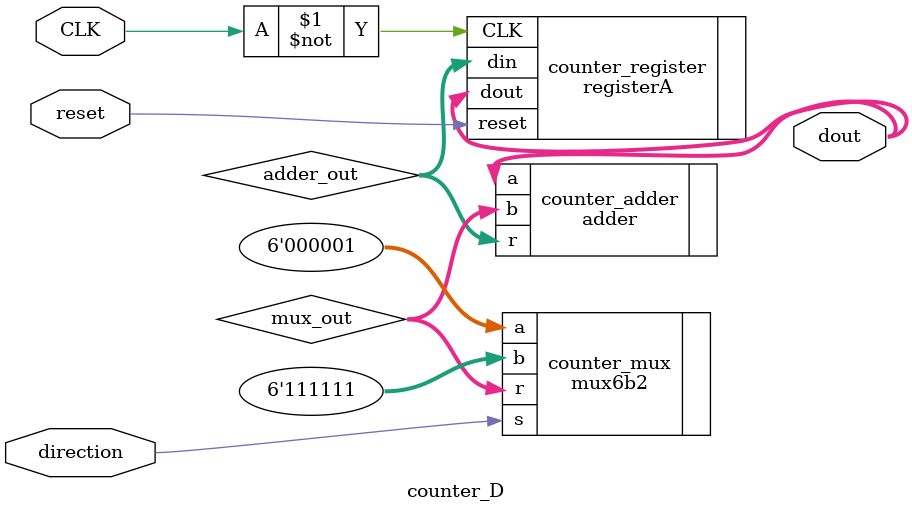
<source format=v>
`timescale 1ns / 1ps
module counter_D(
    input direction,
	 input reset,
    input CLK,
    output [5:0] dout
    );
	 
wire [5:0] adder_out;
wire [5:0] mux_out;

adder counter_adder (
    .a(dout), 
    .b(mux_out),
	 .r(adder_out)
    );
	 
mux6b2 counter_mux (
    .a(6'b000001), 
    .b(6'b111111), 
    .s(direction), 
    .r(mux_out)
    );

registerA counter_register (
    .din(adder_out),
	 .reset(reset),
    .dout(dout), 
    .CLK(~CLK)
    );

endmodule

</source>
